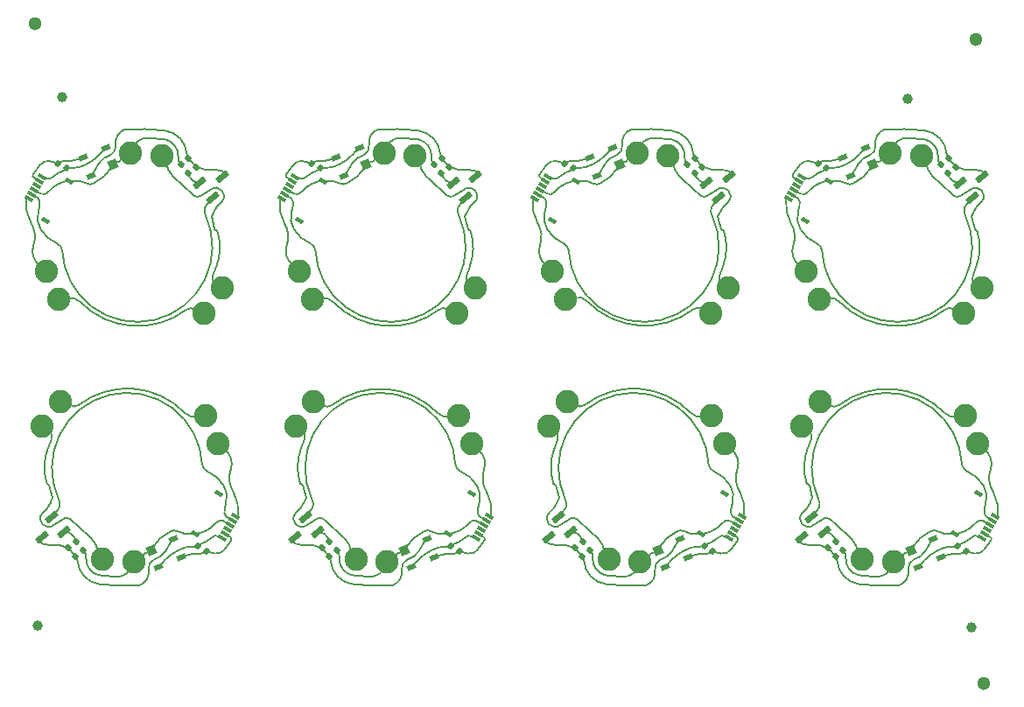
<source format=gbr>
%TF.GenerationSoftware,KiCad,Pcbnew,7.0.10*%
%TF.CreationDate,2024-11-13T11:37:07-08:00*%
%TF.ProjectId,ballBearingBoardPanelization241112,62616c6c-4265-4617-9269-6e67426f6172,rev?*%
%TF.SameCoordinates,Original*%
%TF.FileFunction,Copper,L1,Top*%
%TF.FilePolarity,Positive*%
%FSLAX46Y46*%
G04 Gerber Fmt 4.6, Leading zero omitted, Abs format (unit mm)*
G04 Created by KiCad (PCBNEW 7.0.10) date 2024-11-13 11:37:07*
%MOMM*%
%LPD*%
G01*
G04 APERTURE LIST*
G04 Aperture macros list*
%AMRoundRect*
0 Rectangle with rounded corners*
0 $1 Rounding radius*
0 $2 $3 $4 $5 $6 $7 $8 $9 X,Y pos of 4 corners*
0 Add a 4 corners polygon primitive as box body*
4,1,4,$2,$3,$4,$5,$6,$7,$8,$9,$2,$3,0*
0 Add four circle primitives for the rounded corners*
1,1,$1+$1,$2,$3*
1,1,$1+$1,$4,$5*
1,1,$1+$1,$6,$7*
1,1,$1+$1,$8,$9*
0 Add four rect primitives between the rounded corners*
20,1,$1+$1,$2,$3,$4,$5,0*
20,1,$1+$1,$4,$5,$6,$7,0*
20,1,$1+$1,$6,$7,$8,$9,0*
20,1,$1+$1,$8,$9,$2,$3,0*%
%AMRotRect*
0 Rectangle, with rotation*
0 The origin of the aperture is its center*
0 $1 length*
0 $2 width*
0 $3 Rotation angle, in degrees counterclockwise*
0 Add horizontal line*
21,1,$1,$2,0,0,$3*%
G04 Aperture macros list end*
%TA.AperFunction,SMDPad,CuDef*%
%ADD10RoundRect,0.030000X-0.257898X0.291185X-0.379707X0.084394X0.257898X-0.291185X0.379707X-0.084394X0*%
%TD*%
%TA.AperFunction,SMDPad,CuDef*%
%ADD11RoundRect,0.040000X-0.228980X0.320574X-0.391393X0.044853X0.228980X-0.320574X0.391393X-0.044853X0*%
%TD*%
%TA.AperFunction,ComponentPad*%
%ADD12C,2.250000*%
%TD*%
%TA.AperFunction,SMDPad,CuDef*%
%ADD13RotRect,0.584200X1.320800X129.500000*%
%TD*%
%TA.AperFunction,SMDPad,CuDef*%
%ADD14RoundRect,0.140000X0.000106X-0.220227X0.216161X-0.042125X-0.000106X0.220227X-0.216161X0.042125X0*%
%TD*%
%TA.AperFunction,SMDPad,CuDef*%
%ADD15C,1.000000*%
%TD*%
%TA.AperFunction,WasherPad*%
%ADD16C,1.300000*%
%TD*%
%TA.AperFunction,SMDPad,CuDef*%
%ADD17RotRect,0.584200X1.320800X309.500000*%
%TD*%
%TA.AperFunction,SMDPad,CuDef*%
%ADD18RotRect,0.889000X0.863600X292.500000*%
%TD*%
%TA.AperFunction,SMDPad,CuDef*%
%ADD19RotRect,0.508000X0.863600X292.500000*%
%TD*%
%TA.AperFunction,SMDPad,CuDef*%
%ADD20RoundRect,0.140000X-0.000106X0.220227X-0.216161X0.042125X0.000106X-0.220227X0.216161X-0.042125X0*%
%TD*%
%TA.AperFunction,SMDPad,CuDef*%
%ADD21RoundRect,0.030000X0.257898X-0.291185X0.379707X-0.084394X-0.257898X0.291185X-0.379707X0.084394X0*%
%TD*%
%TA.AperFunction,SMDPad,CuDef*%
%ADD22RoundRect,0.040000X0.228980X-0.320574X0.391393X-0.044853X-0.228980X0.320574X-0.391393X0.044853X0*%
%TD*%
%TA.AperFunction,SMDPad,CuDef*%
%ADD23RoundRect,0.140000X0.206910X0.075422X-0.034347X0.217532X-0.206910X-0.075422X0.034347X-0.217532X0*%
%TD*%
%TA.AperFunction,SMDPad,CuDef*%
%ADD24RoundRect,0.140000X-0.206910X-0.075422X0.034347X-0.217532X0.206910X0.075422X-0.034347X0.217532X0*%
%TD*%
%TA.AperFunction,SMDPad,CuDef*%
%ADD25RotRect,0.889000X0.863600X112.500000*%
%TD*%
%TA.AperFunction,SMDPad,CuDef*%
%ADD26RotRect,0.508000X0.863600X112.500000*%
%TD*%
%TA.AperFunction,Conductor*%
%ADD27C,0.200000*%
%TD*%
G04 APERTURE END LIST*
D10*
%TO.P,FPC1,1,1*%
%TO.N,Net-(J1-Pin_1)*%
X-9521890Y26050097D03*
%TO.P,FPC1,2,2*%
%TO.N,V_USB*%
X-9268121Y26480911D03*
%TO.P,FPC1,3,3*%
%TO.N,GND*%
X-9014352Y26911726D03*
%TO.P,FPC1,4,4*%
%TO.N,unconnected-(FPC1-Pad4)*%
X-8760583Y27342540D03*
%TO.P,FPC1,5,5*%
%TO.N,Net-(U1-+VS{slash}GND)*%
X-8506814Y27773355D03*
%TO.P,FPC1,6,6*%
%TO.N,Net-(U1-GND{slash}+VS)*%
X-8253044Y28204169D03*
D11*
%TO.P,FPC1,7,7*%
%TO.N,unconnected-(FPC1-Pad7)*%
X-7866740Y23914546D03*
%TO.P,FPC1,8,8*%
%TO.N,GND*%
X-5582817Y27791877D03*
%TD*%
D12*
%TO.P,J8,1,Pin_1*%
%TO.N,Net-(J1-Pin_1)*%
X16672164Y19033616D03*
%TD*%
%TO.P,J33,1,Pin_1*%
%TO.N,GND*%
X74130483Y-9102334D03*
%TD*%
D13*
%TO.P,U4,1,GND*%
%TO.N,GND*%
X-6068103Y-6189200D03*
%TO.P,U4,2,VOUT*%
%TO.N,V_USB*%
X-7276653Y-4723111D03*
%TO.P,U4,3,VIN*%
%TO.N,Net-(U1-+VS)*%
X-8240320Y-6748666D03*
%TD*%
D12*
%TO.P,J39,1,Pin_1*%
%TO.N,Net-(J5-Pin_1)*%
X67044016Y6447499D03*
%TD*%
D13*
%TO.P,U8,1,GND*%
%TO.N,GND*%
X18431897Y-6189200D03*
%TO.P,U8,2,VOUT*%
%TO.N,V_USB*%
X17223347Y-4723111D03*
%TO.P,U8,3,VIN*%
%TO.N,Net-(U1-+VS)*%
X16259680Y-6748666D03*
%TD*%
D14*
%TO.P,C17,1,1*%
%TO.N,Net-(U1-+VS)*%
X43336025Y-7740647D03*
%TO.P,C17,2,2*%
%TO.N,GND*%
X44076785Y-7130011D03*
%TD*%
D15*
%TO.P,REF\u002A\u002A,*%
%TO.N,*%
X-6273800Y35915600D03*
%TD*%
D16*
%TO.P,,*%
%TO.N,*%
X82880200Y-20853400D03*
%TD*%
D15*
%TO.P,REF\u002A\u002A,*%
%TO.N,*%
X75514200Y35687000D03*
%TD*%
D12*
%TO.P,J20,1,Pin_1*%
%TO.N,Net-(J1-Pin_1)*%
X41172164Y19033616D03*
%TD*%
%TO.P,J3,1,Pin_1*%
%TO.N,Net-(J3-Pin_1)*%
X-2356164Y-8814468D03*
%TD*%
D17*
%TO.P,U6,1,GND*%
%TO.N,GND*%
X31551962Y27590113D03*
%TO.P,U6,2,VOUT*%
%TO.N,V_USB*%
X32760512Y26124024D03*
%TO.P,U6,3,VIN*%
%TO.N,Net-(U1-+VS)*%
X33724179Y28149579D03*
%TD*%
D14*
%TO.P,C23,1,1*%
%TO.N,Net-(U1-+VS)*%
X67836025Y-7740647D03*
%TO.P,C23,2,2*%
%TO.N,GND*%
X68576785Y-7130011D03*
%TD*%
D12*
%TO.P,J14,1,Pin_1*%
%TO.N,Net-(J3-Pin_1)*%
X33681953Y17395756D03*
%TD*%
D18*
%TO.P,U15,1,GND*%
%TO.N,GND*%
X75862476Y-7986003D03*
D19*
%TO.P,U15,2,GND/+VS*%
%TO.N,Net-(U1-GND{slash}+VS)*%
X76516673Y-9565375D03*
%TO.P,U15,3,+VS/GND*%
%TO.N,Net-(U1-+VS{slash}GND)*%
X78731767Y-8647855D03*
%TO.P,U15,4,+VS*%
%TO.N,Net-(U1-+VS)*%
X78004667Y-6892482D03*
%TD*%
D20*
%TO.P,C3,1*%
%TO.N,Net-(U1-+VS)*%
X5952900Y29963617D03*
%TO.P,C3,2*%
%TO.N,GND*%
X5212140Y29352981D03*
%TD*%
D21*
%TO.P,FPC8,1,1*%
%TO.N,Net-(J1-Pin_1)*%
X84005749Y-4649185D03*
%TO.P,FPC8,2,2*%
%TO.N,V_USB*%
X83751980Y-5079999D03*
%TO.P,FPC8,3,3*%
%TO.N,GND*%
X83498211Y-5510814D03*
%TO.P,FPC8,4,4*%
%TO.N,unconnected-(FPC1-Pad4)*%
X83244442Y-5941628D03*
%TO.P,FPC8,5,5*%
%TO.N,Net-(U1-+VS{slash}GND)*%
X82990673Y-6372443D03*
%TO.P,FPC8,6,6*%
%TO.N,Net-(U1-GND{slash}+VS)*%
X82736903Y-6803257D03*
D22*
%TO.P,FPC8,7,7*%
%TO.N,unconnected-(FPC1-Pad7)*%
X82350599Y-2513634D03*
%TO.P,FPC8,8,8*%
%TO.N,GND*%
X80066676Y-6390965D03*
%TD*%
D12*
%TO.P,J23,1,Pin_1*%
%TO.N,Net-(J3-Pin_1)*%
X46643836Y-8814468D03*
%TD*%
%TO.P,J1,1,Pin_1*%
%TO.N,Net-(J1-Pin_1)*%
X8811695Y2367297D03*
%TD*%
%TO.P,J29,1,Pin_1*%
%TO.N,Net-(J5-Pin_1)*%
X56567611Y5097184D03*
%TD*%
D23*
%TO.P,C24,1,1*%
%TO.N,Net-(U1-+VS{slash}GND)*%
X81151635Y-8074121D03*
%TO.P,C24,2,2*%
%TO.N,Net-(U1-GND{slash}+VS)*%
X80324471Y-7586885D03*
%TD*%
%TO.P,C6,1,1*%
%TO.N,Net-(U1-+VS{slash}GND)*%
X7651635Y-8074121D03*
%TO.P,C6,2,2*%
%TO.N,Net-(U1-GND{slash}+VS)*%
X6824471Y-7586885D03*
%TD*%
D14*
%TO.P,C10,1*%
%TO.N,Net-(U1-+VS)*%
X19530961Y-8562703D03*
%TO.P,C10,2*%
%TO.N,GND*%
X20271721Y-7952067D03*
%TD*%
D23*
%TO.P,C12,1,1*%
%TO.N,Net-(U1-+VS{slash}GND)*%
X32151635Y-8074121D03*
%TO.P,C12,2,2*%
%TO.N,Net-(U1-GND{slash}+VS)*%
X31324471Y-7586885D03*
%TD*%
D12*
%TO.P,J42,1,Pin_1*%
%TO.N,Net-(J5-Pin_1)*%
X66916248Y16303729D03*
%TD*%
D18*
%TO.P,U3,1,GND*%
%TO.N,GND*%
X2362476Y-7986003D03*
D19*
%TO.P,U3,2,GND/+VS*%
%TO.N,Net-(U1-GND{slash}+VS)*%
X3016673Y-9565375D03*
%TO.P,U3,3,+VS/GND*%
%TO.N,Net-(U1-+VS{slash}GND)*%
X5231767Y-8647855D03*
%TO.P,U3,4,+VS*%
%TO.N,Net-(U1-+VS)*%
X4504667Y-6892482D03*
%TD*%
D17*
%TO.P,U2,1,GND*%
%TO.N,GND*%
X7051962Y27590113D03*
%TO.P,U2,2,VOUT*%
%TO.N,V_USB*%
X8260512Y26124024D03*
%TO.P,U2,3,VIN*%
%TO.N,Net-(U1-+VS)*%
X9224179Y28149579D03*
%TD*%
D12*
%TO.P,J12,1,Pin_1*%
%TO.N,Net-(J3-Pin_1)*%
X27840024Y30215380D03*
%TD*%
D17*
%TO.P,U10,1,GND*%
%TO.N,GND*%
X56051962Y27590113D03*
%TO.P,U10,2,VOUT*%
%TO.N,V_USB*%
X57260512Y26124024D03*
%TO.P,U10,3,VIN*%
%TO.N,Net-(U1-+VS)*%
X58224179Y28149579D03*
%TD*%
D20*
%TO.P,C14,1,1*%
%TO.N,Net-(U1-+VS)*%
X55647835Y29141559D03*
%TO.P,C14,2,2*%
%TO.N,GND*%
X54907075Y28530923D03*
%TD*%
D12*
%TO.P,J6,1,Pin_1*%
%TO.N,Net-(J5-Pin_1)*%
X-6583752Y16303729D03*
%TD*%
D21*
%TO.P,FPC2,1,1*%
%TO.N,Net-(J1-Pin_1)*%
X10505749Y-4649185D03*
%TO.P,FPC2,2,2*%
%TO.N,V_USB*%
X10251980Y-5079999D03*
%TO.P,FPC2,3,3*%
%TO.N,GND*%
X9998211Y-5510814D03*
%TO.P,FPC2,4,4*%
%TO.N,unconnected-(FPC1-Pad4)*%
X9744442Y-5941628D03*
%TO.P,FPC2,5,5*%
%TO.N,Net-(U1-+VS{slash}GND)*%
X9490673Y-6372443D03*
%TO.P,FPC2,6,6*%
%TO.N,Net-(U1-GND{slash}+VS)*%
X9236903Y-6803257D03*
D22*
%TO.P,FPC2,7,7*%
%TO.N,unconnected-(FPC1-Pad7)*%
X8850599Y-2513634D03*
%TO.P,FPC2,8,8*%
%TO.N,GND*%
X6566676Y-6390965D03*
%TD*%
D12*
%TO.P,J28,1,Pin_1*%
%TO.N,Net-(J5-Pin_1)*%
X56439844Y14953413D03*
%TD*%
%TO.P,J36,1,Pin_1*%
%TO.N,Net-(J3-Pin_1)*%
X76840024Y30215380D03*
%TD*%
D24*
%TO.P,C7,1,1*%
%TO.N,Net-(U1-+VS{slash}GND)*%
X17832225Y29475032D03*
%TO.P,C7,2,2*%
%TO.N,Net-(U1-GND{slash}+VS)*%
X18659389Y28987796D03*
%TD*%
D14*
%TO.P,C4,1*%
%TO.N,Net-(U1-+VS)*%
X-4969039Y-8562703D03*
%TO.P,C4,2*%
%TO.N,GND*%
X-4228279Y-7952067D03*
%TD*%
D10*
%TO.P,FPC7,1,1*%
%TO.N,Net-(J1-Pin_1)*%
X63978110Y26050097D03*
%TO.P,FPC7,2,2*%
%TO.N,V_USB*%
X64231879Y26480911D03*
%TO.P,FPC7,3,3*%
%TO.N,GND*%
X64485648Y26911726D03*
%TO.P,FPC7,4,4*%
%TO.N,unconnected-(FPC1-Pad4)*%
X64739417Y27342540D03*
%TO.P,FPC7,5,5*%
%TO.N,Net-(U1-+VS{slash}GND)*%
X64993186Y27773355D03*
%TO.P,FPC7,6,6*%
%TO.N,Net-(U1-GND{slash}+VS)*%
X65246956Y28204169D03*
D11*
%TO.P,FPC7,7,7*%
%TO.N,unconnected-(FPC1-Pad7)*%
X65633260Y23914546D03*
%TO.P,FPC7,8,8*%
%TO.N,GND*%
X67917183Y27791877D03*
%TD*%
D10*
%TO.P,FPC3,1,1*%
%TO.N,Net-(J1-Pin_1)*%
X14978110Y26050097D03*
%TO.P,FPC3,2,2*%
%TO.N,V_USB*%
X15231879Y26480911D03*
%TO.P,FPC3,3,3*%
%TO.N,GND*%
X15485648Y26911726D03*
%TO.P,FPC3,4,4*%
%TO.N,unconnected-(FPC1-Pad4)*%
X15739417Y27342540D03*
%TO.P,FPC3,5,5*%
%TO.N,Net-(U1-+VS{slash}GND)*%
X15993186Y27773355D03*
%TO.P,FPC3,6,6*%
%TO.N,Net-(U1-GND{slash}+VS)*%
X16246956Y28204169D03*
D11*
%TO.P,FPC3,7,7*%
%TO.N,unconnected-(FPC1-Pad7)*%
X16633260Y23914546D03*
%TO.P,FPC3,8,8*%
%TO.N,GND*%
X18917183Y27791877D03*
%TD*%
D12*
%TO.P,J13,1,Pin_1*%
%TO.N,Net-(J3-Pin_1)*%
X16301907Y4005156D03*
%TD*%
%TO.P,J2,1,Pin_1*%
%TO.N,GND*%
X630483Y-9102334D03*
%TD*%
%TO.P,J18,1,Pin_1*%
%TO.N,Net-(J5-Pin_1)*%
X17916248Y16303729D03*
%TD*%
D16*
%TO.P,,*%
%TO.N,*%
X-8864600Y42976800D03*
%TD*%
D20*
%TO.P,C9,1*%
%TO.N,Net-(U1-+VS)*%
X30452900Y29963617D03*
%TO.P,C9,2*%
%TO.N,GND*%
X29712140Y29352981D03*
%TD*%
D12*
%TO.P,J35,1,Pin_1*%
%TO.N,Net-(J3-Pin_1)*%
X71143836Y-8814468D03*
%TD*%
%TO.P,J32,1,Pin_1*%
%TO.N,Net-(J1-Pin_1)*%
X65672164Y19033616D03*
%TD*%
%TO.P,J15,1,Pin_1*%
%TO.N,Net-(J5-Pin_1)*%
X18044016Y6447499D03*
%TD*%
%TO.P,J5,1,Pin_1*%
%TO.N,Net-(J5-Pin_1)*%
X-6455984Y6447499D03*
%TD*%
D21*
%TO.P,FPC4,1,1*%
%TO.N,Net-(J1-Pin_1)*%
X35005749Y-4649185D03*
%TO.P,FPC4,2,2*%
%TO.N,V_USB*%
X34751980Y-5079999D03*
%TO.P,FPC4,3,3*%
%TO.N,GND*%
X34498211Y-5510814D03*
%TO.P,FPC4,4,4*%
%TO.N,unconnected-(FPC1-Pad4)*%
X34244442Y-5941628D03*
%TO.P,FPC4,5,5*%
%TO.N,Net-(U1-+VS{slash}GND)*%
X33990673Y-6372443D03*
%TO.P,FPC4,6,6*%
%TO.N,Net-(U1-GND{slash}+VS)*%
X33736903Y-6803257D03*
D22*
%TO.P,FPC4,7,7*%
%TO.N,unconnected-(FPC1-Pad7)*%
X33350599Y-2513634D03*
%TO.P,FPC4,8,8*%
%TO.N,GND*%
X31066676Y-6390965D03*
%TD*%
D25*
%TO.P,U1,1,GND*%
%TO.N,GND*%
X-1378616Y29386915D03*
D26*
%TO.P,U1,2,GND/+VS*%
%TO.N,Net-(U1-GND{slash}+VS)*%
X-2032813Y30966287D03*
%TO.P,U1,3,+VS/GND*%
%TO.N,Net-(U1-+VS{slash}GND)*%
X-4247907Y30048767D03*
%TO.P,U1,4,+VS*%
%TO.N,Net-(U1-+VS)*%
X-3520807Y28293394D03*
%TD*%
D24*
%TO.P,C1,1,1*%
%TO.N,Net-(U1-+VS{slash}GND)*%
X-6667775Y29475032D03*
%TO.P,C1,2,2*%
%TO.N,Net-(U1-GND{slash}+VS)*%
X-5840611Y28987796D03*
%TD*%
D12*
%TO.P,J6,1,Pin_1*%
%TO.N,Net-(J5-Pin_1)*%
X7567611Y5097184D03*
%TD*%
D20*
%TO.P,C21,1*%
%TO.N,Net-(U1-+VS)*%
X79452900Y29963617D03*
%TO.P,C21,2*%
%TO.N,GND*%
X78712140Y29352981D03*
%TD*%
D12*
%TO.P,J3,1,Pin_1*%
%TO.N,Net-(J3-Pin_1)*%
X3340024Y30215380D03*
%TD*%
D25*
%TO.P,U13,1,GND*%
%TO.N,GND*%
X72121384Y29386915D03*
D26*
%TO.P,U13,2,GND/+VS*%
%TO.N,Net-(U1-GND{slash}+VS)*%
X71467187Y30966287D03*
%TO.P,U13,3,+VS/GND*%
%TO.N,Net-(U1-+VS{slash}GND)*%
X69252093Y30048767D03*
%TO.P,U13,4,+VS*%
%TO.N,Net-(U1-+VS)*%
X69979193Y28293394D03*
%TD*%
D12*
%TO.P,J37,1,Pin_1*%
%TO.N,Net-(J3-Pin_1)*%
X65301907Y4005156D03*
%TD*%
D20*
%TO.P,C20,1,1*%
%TO.N,Net-(U1-+VS)*%
X80147835Y29141559D03*
%TO.P,C20,2,2*%
%TO.N,GND*%
X79407075Y28530923D03*
%TD*%
D12*
%TO.P,J41,1,Pin_1*%
%TO.N,Net-(J5-Pin_1)*%
X81067611Y5097184D03*
%TD*%
%TO.P,J19,1,Pin_1*%
%TO.N,Net-(J1-Pin_1)*%
X57811695Y2367297D03*
%TD*%
D18*
%TO.P,U7,1,GND*%
%TO.N,GND*%
X26862476Y-7986003D03*
D19*
%TO.P,U7,2,GND/+VS*%
%TO.N,Net-(U1-GND{slash}+VS)*%
X27516673Y-9565375D03*
%TO.P,U7,3,+VS/GND*%
%TO.N,Net-(U1-+VS{slash}GND)*%
X29731767Y-8647855D03*
%TO.P,U7,4,+VS*%
%TO.N,Net-(U1-+VS)*%
X29004667Y-6892482D03*
%TD*%
D12*
%TO.P,J27,1,Pin_1*%
%TO.N,Net-(J5-Pin_1)*%
X42544016Y6447499D03*
%TD*%
%TO.P,J22,1,Pin_1*%
%TO.N,GND*%
X49353377Y30503247D03*
%TD*%
D24*
%TO.P,C19,1,1*%
%TO.N,Net-(U1-+VS{slash}GND)*%
X66832225Y29475032D03*
%TO.P,C19,2,2*%
%TO.N,Net-(U1-GND{slash}+VS)*%
X67659389Y28987796D03*
%TD*%
D12*
%TO.P,J38,1,Pin_1*%
%TO.N,Net-(J3-Pin_1)*%
X82681953Y17395756D03*
%TD*%
D17*
%TO.P,U14,1,GND*%
%TO.N,GND*%
X80551962Y27590113D03*
%TO.P,U14,2,VOUT*%
%TO.N,V_USB*%
X81760512Y26124024D03*
%TO.P,U14,3,VIN*%
%TO.N,Net-(U1-+VS)*%
X82724179Y28149579D03*
%TD*%
D15*
%TO.P,REF\u002A\u002A,*%
%TO.N,*%
X81661000Y-15392400D03*
%TD*%
D12*
%TO.P,J21,1,Pin_1*%
%TO.N,GND*%
X49630483Y-9102334D03*
%TD*%
%TO.P,J25,1,Pin_1*%
%TO.N,Net-(J3-Pin_1)*%
X40801907Y4005156D03*
%TD*%
%TO.P,J24,1,Pin_1*%
%TO.N,Net-(J3-Pin_1)*%
X52340024Y30215380D03*
%TD*%
%TO.P,J30,1,Pin_1*%
%TO.N,Net-(J5-Pin_1)*%
X42416248Y16303729D03*
%TD*%
D10*
%TO.P,FPC5,1,1*%
%TO.N,Net-(J1-Pin_1)*%
X39478110Y26050097D03*
%TO.P,FPC5,2,2*%
%TO.N,V_USB*%
X39731879Y26480911D03*
%TO.P,FPC5,3,3*%
%TO.N,GND*%
X39985648Y26911726D03*
%TO.P,FPC5,4,4*%
%TO.N,unconnected-(FPC1-Pad4)*%
X40239417Y27342540D03*
%TO.P,FPC5,5,5*%
%TO.N,Net-(U1-+VS{slash}GND)*%
X40493186Y27773355D03*
%TO.P,FPC5,6,6*%
%TO.N,Net-(U1-GND{slash}+VS)*%
X40746956Y28204169D03*
D11*
%TO.P,FPC5,7,7*%
%TO.N,unconnected-(FPC1-Pad7)*%
X41133260Y23914546D03*
%TO.P,FPC5,8,8*%
%TO.N,GND*%
X43417183Y27791877D03*
%TD*%
D24*
%TO.P,C13,1,1*%
%TO.N,Net-(U1-+VS{slash}GND)*%
X42332225Y29475032D03*
%TO.P,C13,2,2*%
%TO.N,Net-(U1-GND{slash}+VS)*%
X43159389Y28987796D03*
%TD*%
D15*
%TO.P,REF\u002A\u002A,*%
%TO.N,*%
X-8636000Y-15240000D03*
%TD*%
D25*
%TO.P,U9,1,GND*%
%TO.N,GND*%
X47621384Y29386915D03*
D26*
%TO.P,U9,2,GND/+VS*%
%TO.N,Net-(U1-GND{slash}+VS)*%
X46967187Y30966287D03*
%TO.P,U9,3,+VS/GND*%
%TO.N,Net-(U1-+VS{slash}GND)*%
X44752093Y30048767D03*
%TO.P,U9,4,+VS*%
%TO.N,Net-(U1-+VS)*%
X45479193Y28293394D03*
%TD*%
D13*
%TO.P,U16,1,GND*%
%TO.N,GND*%
X67431897Y-6189200D03*
%TO.P,U16,2,VOUT*%
%TO.N,V_USB*%
X66223347Y-4723111D03*
%TO.P,U16,3,VIN*%
%TO.N,Net-(U1-+VS)*%
X65259680Y-6748666D03*
%TD*%
%TO.P,U12,1,GND*%
%TO.N,GND*%
X42931897Y-6189200D03*
%TO.P,U12,2,VOUT*%
%TO.N,V_USB*%
X41723347Y-4723111D03*
%TO.P,U12,3,VIN*%
%TO.N,Net-(U1-+VS)*%
X40759680Y-6748666D03*
%TD*%
D12*
%TO.P,J17,1,Pin_1*%
%TO.N,Net-(J5-Pin_1)*%
X32067611Y5097184D03*
%TD*%
%TO.P,J9,1,Pin_1*%
%TO.N,GND*%
X25130483Y-9102334D03*
%TD*%
%TO.P,J4,1,Pin_1*%
%TO.N,Net-(J3-Pin_1)*%
X9181953Y17395756D03*
%TD*%
D14*
%TO.P,C5,1,1*%
%TO.N,Net-(U1-+VS)*%
X-5663975Y-7740647D03*
%TO.P,C5,2,2*%
%TO.N,GND*%
X-4923215Y-7130011D03*
%TD*%
%TO.P,C22,1*%
%TO.N,Net-(U1-+VS)*%
X68530961Y-8562703D03*
%TO.P,C22,2*%
%TO.N,GND*%
X69271721Y-7952067D03*
%TD*%
%TO.P,C16,1*%
%TO.N,Net-(U1-+VS)*%
X44030961Y-8562703D03*
%TO.P,C16,2*%
%TO.N,GND*%
X44771721Y-7952067D03*
%TD*%
D12*
%TO.P,J7,1,Pin_1*%
%TO.N,Net-(J1-Pin_1)*%
X33311695Y2367297D03*
%TD*%
D25*
%TO.P,U5,1,GND*%
%TO.N,GND*%
X23121384Y29386915D03*
D26*
%TO.P,U5,2,GND/+VS*%
%TO.N,Net-(U1-GND{slash}+VS)*%
X22467187Y30966287D03*
%TO.P,U5,3,+VS/GND*%
%TO.N,Net-(U1-+VS{slash}GND)*%
X20252093Y30048767D03*
%TO.P,U5,4,+VS*%
%TO.N,Net-(U1-+VS)*%
X20979193Y28293394D03*
%TD*%
D20*
%TO.P,C2,1,1*%
%TO.N,Net-(U1-+VS)*%
X6647835Y29141559D03*
%TO.P,C2,2,2*%
%TO.N,GND*%
X5907075Y28530923D03*
%TD*%
D14*
%TO.P,C11,1,1*%
%TO.N,Net-(U1-+VS)*%
X18836025Y-7740647D03*
%TO.P,C11,2,2*%
%TO.N,GND*%
X19576785Y-7130011D03*
%TD*%
D20*
%TO.P,C15,1*%
%TO.N,Net-(U1-+VS)*%
X54952900Y29963617D03*
%TO.P,C15,2*%
%TO.N,GND*%
X54212140Y29352981D03*
%TD*%
D12*
%TO.P,J16,1,Pin_1*%
%TO.N,Net-(J5-Pin_1)*%
X31939844Y14953413D03*
%TD*%
D16*
%TO.P,,*%
%TO.N,*%
X82143600Y41427400D03*
%TD*%
D12*
%TO.P,J4,1,Pin_1*%
%TO.N,Net-(J3-Pin_1)*%
X-8198093Y4005156D03*
%TD*%
%TO.P,J11,1,Pin_1*%
%TO.N,Net-(J3-Pin_1)*%
X22143836Y-8814468D03*
%TD*%
%TO.P,J34,1,Pin_1*%
%TO.N,GND*%
X73853377Y30503247D03*
%TD*%
%TO.P,J26,1,Pin_1*%
%TO.N,Net-(J3-Pin_1)*%
X58181953Y17395756D03*
%TD*%
%TO.P,J40,1,Pin_1*%
%TO.N,Net-(J5-Pin_1)*%
X80939844Y14953413D03*
%TD*%
D20*
%TO.P,C8,1,1*%
%TO.N,Net-(U1-+VS)*%
X31147835Y29141559D03*
%TO.P,C8,2,2*%
%TO.N,GND*%
X30407075Y28530923D03*
%TD*%
D12*
%TO.P,J2,1,Pin_1*%
%TO.N,GND*%
X353377Y30503247D03*
%TD*%
%TO.P,J10,1,Pin_1*%
%TO.N,GND*%
X24853377Y30503247D03*
%TD*%
D21*
%TO.P,FPC6,1,1*%
%TO.N,Net-(J1-Pin_1)*%
X59505749Y-4649185D03*
%TO.P,FPC6,2,2*%
%TO.N,V_USB*%
X59251980Y-5079999D03*
%TO.P,FPC6,3,3*%
%TO.N,GND*%
X58998211Y-5510814D03*
%TO.P,FPC6,4,4*%
%TO.N,unconnected-(FPC1-Pad4)*%
X58744442Y-5941628D03*
%TO.P,FPC6,5,5*%
%TO.N,Net-(U1-+VS{slash}GND)*%
X58490673Y-6372443D03*
%TO.P,FPC6,6,6*%
%TO.N,Net-(U1-GND{slash}+VS)*%
X58236903Y-6803257D03*
D22*
%TO.P,FPC6,7,7*%
%TO.N,unconnected-(FPC1-Pad7)*%
X57850599Y-2513634D03*
%TO.P,FPC6,8,8*%
%TO.N,GND*%
X55566676Y-6390965D03*
%TD*%
D18*
%TO.P,U11,1,GND*%
%TO.N,GND*%
X51362476Y-7986003D03*
D19*
%TO.P,U11,2,GND/+VS*%
%TO.N,Net-(U1-GND{slash}+VS)*%
X52016673Y-9565375D03*
%TO.P,U11,3,+VS/GND*%
%TO.N,Net-(U1-+VS{slash}GND)*%
X54231767Y-8647855D03*
%TO.P,U11,4,+VS*%
%TO.N,Net-(U1-+VS)*%
X53504667Y-6892482D03*
%TD*%
D23*
%TO.P,C18,1,1*%
%TO.N,Net-(U1-+VS{slash}GND)*%
X56651635Y-8074121D03*
%TO.P,C18,2,2*%
%TO.N,Net-(U1-GND{slash}+VS)*%
X55824471Y-7586885D03*
%TD*%
D12*
%TO.P,J31,1,Pin_1*%
%TO.N,Net-(J1-Pin_1)*%
X82311695Y2367297D03*
%TD*%
%TO.P,J5,1,Pin_1*%
%TO.N,Net-(J5-Pin_1)*%
X7439844Y14953413D03*
%TD*%
%TO.P,J1,1,Pin_1*%
%TO.N,Net-(J1-Pin_1)*%
X-7827836Y19033616D03*
%TD*%
D27*
%TO.N,Net-(U1-+VS{slash}GND)*%
X56137322Y-8301797D02*
G75*
G03*
X54540287Y-8510747I-317822J-3778503D01*
G01*
X82881752Y-7946380D02*
G75*
G03*
X83584661Y-7001564I-2884952J2880180D01*
G01*
X18346537Y29702702D02*
G75*
G03*
X17842874Y29498240I-1737J-718302D01*
G01*
X15480148Y28089484D02*
G75*
G03*
X15981489Y27794938I2007452J2842916D01*
G01*
X10003715Y-6688569D02*
G75*
G03*
X9502371Y-6394026I-2007315J-2842731D01*
G01*
X40602101Y29347299D02*
G75*
G03*
X39899199Y28402475I2884899J-2880099D01*
G01*
X7675761Y-8088335D02*
G75*
G03*
X8448345Y-8278107I1032039J2534035D01*
G01*
X-9019853Y28089482D02*
G75*
G03*
X-8518511Y27794938I2007437J2842911D01*
G01*
X33881752Y-7946380D02*
G75*
G03*
X34584661Y-7001564I-2884952J2880180D01*
G01*
X39899185Y28402483D02*
G75*
G03*
X39980147Y28089482I200215J-115183D01*
G01*
X-8397897Y29347297D02*
G75*
G03*
X-9100801Y28402475I2884876J-2880088D01*
G01*
X8448345Y-8278108D02*
G75*
G03*
X9381757Y-7946385I208945J891158D01*
G01*
X34503715Y-6688569D02*
G75*
G03*
X34002371Y-6394026I-2007315J-2842731D01*
G01*
X7137322Y-8301765D02*
G75*
G03*
X7640985Y-8097328I1778J718265D01*
G01*
X-6691902Y29489246D02*
G75*
G03*
X-7464485Y29679019I-1032050J-2534056D01*
G01*
X10084701Y-7001587D02*
G75*
G03*
X10003714Y-6688570I-200201J115187D01*
G01*
X67346539Y29702726D02*
G75*
G03*
X68943572Y29911660I317861J3778474D01*
G01*
X-9100802Y28402475D02*
G75*
G03*
X-9019853Y28089482I200203J-115186D01*
G01*
X17035525Y29679063D02*
G75*
G03*
X16102103Y29347297I-208925J-891163D01*
G01*
X66035525Y29679063D02*
G75*
G03*
X65102103Y29347297I-208925J-891163D01*
G01*
X7137322Y-8301797D02*
G75*
G03*
X5540287Y-8510747I-317822J-3778503D01*
G01*
X42846539Y29702726D02*
G75*
G03*
X44443572Y29911660I317861J3778474D01*
G01*
X-7464485Y29679018D02*
G75*
G03*
X-8397897Y29347297I-208946J-891158D01*
G01*
X15399185Y28402483D02*
G75*
G03*
X15480147Y28089482I200215J-115183D01*
G01*
X17808092Y29489232D02*
G75*
G03*
X17035515Y29679018I-1032092J-2534032D01*
G01*
X56137322Y-8301765D02*
G75*
G03*
X56640985Y-8097328I1778J718265D01*
G01*
X80637322Y-8301797D02*
G75*
G03*
X79040287Y-8510747I-317822J-3778503D01*
G01*
X59003715Y-6688569D02*
G75*
G03*
X58502371Y-6394026I-2007315J-2842731D01*
G01*
X9381752Y-7946380D02*
G75*
G03*
X10084661Y-7001564I-2884952J2880180D01*
G01*
X83503715Y-6688569D02*
G75*
G03*
X83002371Y-6394026I-2007315J-2842731D01*
G01*
X42308092Y29489232D02*
G75*
G03*
X41535515Y29679018I-1032092J-2534032D01*
G01*
X18346539Y29702726D02*
G75*
G03*
X19943572Y29911660I317861J3778474D01*
G01*
X42846537Y29702702D02*
G75*
G03*
X42342874Y29498240I-1737J-718302D01*
G01*
X-6153463Y29702704D02*
G75*
G03*
X-4556428Y29911660I317814J3778473D01*
G01*
X31637322Y-8301765D02*
G75*
G03*
X32140985Y-8097328I1778J718265D01*
G01*
X58381752Y-7946380D02*
G75*
G03*
X59084661Y-7001564I-2884952J2880180D01*
G01*
X66808092Y29489232D02*
G75*
G03*
X66035515Y29679018I-1032092J-2534032D01*
G01*
X34584701Y-7001587D02*
G75*
G03*
X34503714Y-6688570I-200201J115187D01*
G01*
X56675761Y-8088335D02*
G75*
G03*
X57448345Y-8278107I1032039J2534035D01*
G01*
X81175761Y-8088335D02*
G75*
G03*
X81948345Y-8278107I1032039J2534035D01*
G01*
X31637322Y-8301797D02*
G75*
G03*
X30040287Y-8510747I-317822J-3778503D01*
G01*
X59084701Y-7001587D02*
G75*
G03*
X59003714Y-6688570I-200201J115187D01*
G01*
X16102101Y29347299D02*
G75*
G03*
X15399199Y28402475I2884899J-2880099D01*
G01*
X41535525Y29679063D02*
G75*
G03*
X40602103Y29347297I-208925J-891163D01*
G01*
X32175761Y-8088335D02*
G75*
G03*
X32948345Y-8278107I1032039J2534035D01*
G01*
X83584701Y-7001587D02*
G75*
G03*
X83503714Y-6688570I-200201J115187D01*
G01*
X39980148Y28089484D02*
G75*
G03*
X40481489Y27794938I2007452J2842916D01*
G01*
X81948351Y-8278079D02*
G75*
G03*
X82881756Y-7946385I208949J891179D01*
G01*
X64480148Y28089484D02*
G75*
G03*
X64981489Y27794938I2007452J2842916D01*
G01*
X65102101Y29347299D02*
G75*
G03*
X64399199Y28402475I2884899J-2880099D01*
G01*
X57448351Y-8278079D02*
G75*
G03*
X58381756Y-7946385I208949J891179D01*
G01*
X67346537Y29702702D02*
G75*
G03*
X66842874Y29498240I-1737J-718302D01*
G01*
X64399185Y28402483D02*
G75*
G03*
X64480147Y28089482I200215J-115183D01*
G01*
X-6153463Y29702704D02*
G75*
G03*
X-6657126Y29498240I-1739J-718293D01*
G01*
X80637322Y-8301765D02*
G75*
G03*
X81140985Y-8097328I1778J718265D01*
G01*
X32948351Y-8278079D02*
G75*
G03*
X33881756Y-7946385I208949J891179D01*
G01*
%TO.N,Net-(U1-GND{slash}+VS)*%
X43448835Y29023652D02*
G75*
G03*
X44341341Y29087508I324465J1734148D01*
G01*
X82379840Y-6607400D02*
G75*
G03*
X81653518Y-6775058I-260840J-527100D01*
G01*
X31434357Y-7445252D02*
G75*
G03*
X32653516Y-6775057I-1196057J3619752D01*
G01*
X41103986Y28008242D02*
G75*
G03*
X41830342Y28175971I260814J527158D01*
G01*
X18549505Y28846158D02*
G75*
G03*
X17330344Y28175969I1196095J-3619858D01*
G01*
X31035029Y-7622720D02*
G75*
G03*
X30142519Y-7686595I-324429J-1734180D01*
G01*
X18948835Y29023652D02*
G75*
G03*
X19841341Y29087508I324465J1734148D01*
G01*
X-4658659Y29087508D02*
G75*
G03*
X-2151425Y30941764I-1464400J4602297D01*
G01*
X30142523Y-7686607D02*
G75*
G03*
X27635285Y-9540851I1464377J-4602293D01*
G01*
X43049505Y28846158D02*
G75*
G03*
X41830344Y28175969I1196095J-3619858D01*
G01*
X6535029Y-7622720D02*
G75*
G03*
X5642519Y-7686595I-324429J-1734180D01*
G01*
X33379840Y-6607400D02*
G75*
G03*
X32653518Y-6775058I-260840J-527100D01*
G01*
X67549505Y28846158D02*
G75*
G03*
X66330344Y28175969I1196095J-3619858D01*
G01*
X16603986Y28008242D02*
G75*
G03*
X17330342Y28175971I260814J527158D01*
G01*
X80434357Y-7445252D02*
G75*
G03*
X81653516Y-6775057I-1196057J3619752D01*
G01*
X-5551165Y29023653D02*
G75*
G03*
X-4658659Y29087508I324468J1734128D01*
G01*
X5642520Y-7686597D02*
G75*
G03*
X3135284Y-9540851I1464400J-4602303D01*
G01*
X79142523Y-7686607D02*
G75*
G03*
X76635285Y-9540851I1464377J-4602293D01*
G01*
X65603986Y28008242D02*
G75*
G03*
X66330342Y28175971I260814J527158D01*
G01*
X80035029Y-7622720D02*
G75*
G03*
X79142519Y-7686595I-324429J-1734180D01*
G01*
X8879840Y-6607400D02*
G75*
G03*
X8153518Y-6775058I-260840J-527100D01*
G01*
X67948835Y29023652D02*
G75*
G03*
X68841341Y29087508I324465J1734148D01*
G01*
X68841348Y29087486D02*
G75*
G03*
X71348575Y30941764I-1464448J4602314D01*
G01*
X55934357Y-7445252D02*
G75*
G03*
X57153516Y-6775057I-1196057J3619752D01*
G01*
X44341348Y29087486D02*
G75*
G03*
X46848575Y30941764I-1464448J4602314D01*
G01*
X55535029Y-7622720D02*
G75*
G03*
X54642519Y-7686595I-324429J-1734180D01*
G01*
X-7895990Y28008292D02*
G75*
G03*
X-7169657Y28175970I260825J527151D01*
G01*
X19841340Y29087509D02*
G75*
G03*
X22348576Y30941764I-1464400J4602301D01*
G01*
X54642523Y-7686607D02*
G75*
G03*
X52135285Y-9540851I1464377J-4602293D01*
G01*
X6934357Y-7445252D02*
G75*
G03*
X8153516Y-6775057I-1196057J3619752D01*
G01*
X57879840Y-6607400D02*
G75*
G03*
X57153518Y-6775058I-260840J-527100D01*
G01*
X-5950500Y28846172D02*
G75*
G03*
X-7169657Y28175969I1196137J-3619853D01*
G01*
%TO.N,Net-(U1-+VS)*%
X51596591Y-8871378D02*
G75*
G03*
X52723542Y-8055236I-490391J1863278D01*
G01*
X-2739684Y29456148D02*
G75*
G03*
X-3324849Y28449229I4393274J-3226618D01*
G01*
X-8669944Y-6861503D02*
G75*
G03*
X-7628439Y-7445517I939891J455466D01*
G01*
X3723541Y-8055235D02*
G75*
G03*
X4308708Y-7048317I-4393416J3226709D01*
G01*
X51596586Y-8871376D02*
G75*
G03*
X51079087Y-9832557I379314J-824124D01*
G01*
X77140790Y32651482D02*
G75*
G03*
X73338932Y32782278I-2739690J-24314882D01*
G01*
X71887270Y30272297D02*
G75*
G03*
X72404774Y31233470I-379270J824103D01*
G01*
X52723540Y-8055235D02*
G75*
G03*
X53308709Y-7048317I-4393440J3226735D01*
G01*
X31161241Y29164321D02*
G75*
G03*
X33112298Y28846432I1414259J2533779D01*
G01*
X83153818Y28262423D02*
G75*
G03*
X82112298Y28846431I-939918J-455523D01*
G01*
X70760320Y29456146D02*
G75*
G03*
X70175151Y28449229I4393280J-3226646D01*
G01*
X76096591Y-8871378D02*
G75*
G03*
X77223542Y-8055236I-490391J1863278D01*
G01*
X15829994Y-6861532D02*
G75*
G03*
X16871561Y-7445518I939906J455532D01*
G01*
X48838933Y32782277D02*
G75*
G03*
X47904776Y31233470I418317J-1308427D01*
G01*
X77223540Y-8055235D02*
G75*
G03*
X77808709Y-7048317I-4393440J3226735D01*
G01*
X27096591Y-8871378D02*
G75*
G03*
X28223542Y-8055236I-490391J1863278D01*
G01*
X22887270Y30272297D02*
G75*
G03*
X23404774Y31233470I-379270J824103D01*
G01*
X76096586Y-8871376D02*
G75*
G03*
X75579087Y-9832557I379314J-824124D01*
G01*
X73338905Y32782363D02*
G75*
G03*
X72404776Y31233470I418395J-1308463D01*
G01*
X55661241Y29164321D02*
G75*
G03*
X57612298Y28846432I1414259J2533779D01*
G01*
X40329994Y-6861532D02*
G75*
G03*
X41371561Y-7445518I939906J455532D01*
G01*
X47387270Y30272297D02*
G75*
G03*
X47904774Y31233470I-379270J824103D01*
G01*
X-1612736Y30272308D02*
G75*
G03*
X-1095225Y31233470I-379262J824104D01*
G01*
X-161067Y32782277D02*
G75*
G03*
X-1095224Y31233470I418317J-1308427D01*
G01*
X19693585Y-8960414D02*
G75*
G03*
X18836024Y-7740648I-3558085J-1590186D01*
G01*
X79290245Y30361329D02*
G75*
G03*
X77140791Y32651487I-2450245J-145929D01*
G01*
X79290286Y30361333D02*
G75*
G03*
X80147835Y29141561I3558114J1590167D01*
G01*
X5790281Y30361331D02*
G75*
G03*
X3640791Y32651487I-2450251J-145941D01*
G01*
X58653818Y28262423D02*
G75*
G03*
X57612298Y28846431I-939918J-455523D01*
G01*
X80161241Y29164321D02*
G75*
G03*
X82112298Y28846432I1414259J2533779D01*
G01*
X68693573Y-8960417D02*
G75*
G03*
X70843069Y-11250576I2450227J145917D01*
G01*
X34153818Y28262423D02*
G75*
G03*
X33112298Y28846431I-939918J-455523D01*
G01*
X54790286Y30361333D02*
G75*
G03*
X55647835Y29141561I3558114J1590167D01*
G01*
X46260320Y29456146D02*
G75*
G03*
X45675151Y28449229I4393280J-3226646D01*
G01*
X43322633Y-7763383D02*
G75*
G03*
X41371561Y-7445519I-1414233J-2533817D01*
G01*
X50144917Y-11381332D02*
G75*
G03*
X51079086Y-9832557I-418317J1308432D01*
G01*
X5790286Y30361333D02*
G75*
G03*
X6647835Y29141561I3558114J1590167D01*
G01*
X47387253Y30272349D02*
G75*
G03*
X46260318Y29456148I490447J-1863249D01*
G01*
X21760320Y29456146D02*
G75*
G03*
X21175151Y28449229I4393280J-3226646D01*
G01*
X74644917Y-11381332D02*
G75*
G03*
X75579086Y-9832557I-418317J1308432D01*
G01*
X44193585Y-8960414D02*
G75*
G03*
X43336024Y-7740648I-3558085J-1590186D01*
G01*
X22887253Y30272349D02*
G75*
G03*
X21760318Y29456148I490447J-1863249D01*
G01*
X44193573Y-8960417D02*
G75*
G03*
X46343069Y-11250576I2450227J145917D01*
G01*
X28140790Y32651482D02*
G75*
G03*
X24338932Y32782278I-2739690J-24314882D01*
G01*
X30290286Y30361333D02*
G75*
G03*
X31147835Y29141561I3558114J1590167D01*
G01*
X67822633Y-7763383D02*
G75*
G03*
X65871561Y-7445519I-1414233J-2533817D01*
G01*
X27096586Y-8871376D02*
G75*
G03*
X26579087Y-9832557I379314J-824124D01*
G01*
X3640791Y32651488D02*
G75*
G03*
X-161068Y32782278I-2739651J-24314868D01*
G01*
X18822633Y-7763383D02*
G75*
G03*
X16871561Y-7445519I-1414233J-2533817D01*
G01*
X2596596Y-8871397D02*
G75*
G03*
X2079087Y-9832557I379264J-824103D01*
G01*
X21843069Y-11250577D02*
G75*
G03*
X25644928Y-11381365I2739631J24314877D01*
G01*
X52640790Y32651482D02*
G75*
G03*
X48838932Y32782278I-2739690J-24314882D01*
G01*
X68693585Y-8960414D02*
G75*
G03*
X67836024Y-7740648I-3558085J-1590186D01*
G01*
X71887253Y30272349D02*
G75*
G03*
X70760318Y29456148I490447J-1863249D01*
G01*
X1144928Y-11381365D02*
G75*
G03*
X2079086Y-9832557I-418322J1308430D01*
G01*
X19693581Y-8960417D02*
G75*
G03*
X21843069Y-11250575I2450259J145947D01*
G01*
X25644925Y-11381357D02*
G75*
G03*
X26579086Y-9832557I-418315J1308427D01*
G01*
X30290245Y30361329D02*
G75*
G03*
X28140791Y32651487I-2450245J-145929D01*
G01*
X-5677369Y-7763387D02*
G75*
G03*
X-7628439Y-7445519I-1414240J-2533831D01*
G01*
X9653818Y28262423D02*
G75*
G03*
X8612298Y28846431I-939918J-455523D01*
G01*
X64829994Y-6861532D02*
G75*
G03*
X65871561Y-7445518I939906J455532D01*
G01*
X-4806423Y-8960417D02*
G75*
G03*
X-2656931Y-11250575I2450260J145948D01*
G01*
X2596596Y-8871398D02*
G75*
G03*
X3723542Y-8055236I-490416J1863278D01*
G01*
X54790245Y30361329D02*
G75*
G03*
X52640791Y32651487I-2450245J-145929D01*
G01*
X-4806424Y-8960417D02*
G75*
G03*
X-5663976Y-7740649I-3558092J-1590167D01*
G01*
X46343069Y-11250577D02*
G75*
G03*
X50144928Y-11381365I2739631J24314877D01*
G01*
X70843069Y-11250577D02*
G75*
G03*
X74644928Y-11381365I2739631J24314877D01*
G01*
X28223540Y-8055235D02*
G75*
G03*
X28808709Y-7048317I-4393440J3226735D01*
G01*
X-2656931Y-11250575D02*
G75*
G03*
X1144928Y-11381364I2739641J24314855D01*
G01*
X-1612736Y30272308D02*
G75*
G03*
X-2739682Y29456148I490395J-1863251D01*
G01*
X24338933Y32782277D02*
G75*
G03*
X23404776Y31233470I418317J-1308427D01*
G01*
X6661231Y29164303D02*
G75*
G03*
X8612298Y28846432I1414239J2533807D01*
G01*
%TO.N,V_USB*%
X56262903Y334916D02*
G75*
G03*
X42372306Y-2994086I-7263933J-334966D01*
G01*
X-8450297Y25388198D02*
G75*
G03*
X-8589860Y24748567I4386574J-1292161D01*
G01*
X40410135Y24748568D02*
G75*
G03*
X40628092Y23116752I2052865J-556268D01*
G01*
X32592736Y25762383D02*
G75*
G03*
X32111555Y24394998I311644J-878023D01*
G01*
X80762876Y334913D02*
G75*
G03*
X81243540Y-316308I851224J125287D01*
G01*
X17391124Y-4361475D02*
G75*
G03*
X17872306Y-2994086I-311644J878025D01*
G01*
X34608744Y-4981702D02*
G75*
G03*
X34101836Y-4713619I-3601844J-6197298D01*
G01*
X16049708Y25388197D02*
G75*
G03*
X15910141Y24748567I4386592J-1292197D01*
G01*
X66391096Y-4361395D02*
G75*
G03*
X66872305Y-2994086I-311596J877995D01*
G01*
X-8589859Y24748567D02*
G75*
G03*
X-8371907Y23116752I2052825J-556279D01*
G01*
X7262897Y334916D02*
G75*
G03*
X-6627693Y-2994086I-7263930J-334965D01*
G01*
X16049690Y25388202D02*
G75*
G03*
X15882024Y26114532I-732190J213498D01*
G01*
X82934155Y-3987285D02*
G75*
G03*
X83073718Y-3347654I-4385755J1291985D01*
G01*
X64910135Y24748568D02*
G75*
G03*
X65128092Y23116752I2052865J-556268D01*
G01*
X9434155Y-3987285D02*
G75*
G03*
X9573718Y-3347654I-4385755J1291985D01*
G01*
X58573737Y-3347659D02*
G75*
G03*
X58355767Y-1715841I-2052837J556259D01*
G01*
X-7108876Y-4361474D02*
G75*
G03*
X-6627694Y-2994086I-311643J878024D01*
G01*
X58434155Y-3987285D02*
G75*
G03*
X58573718Y-3347654I-4385755J1291985D01*
G01*
X56262876Y334913D02*
G75*
G03*
X56743540Y-316308I851224J125287D01*
G01*
X15375114Y26382611D02*
G75*
G03*
X15882024Y26114533I3601286J6196389D01*
G01*
X67220955Y21065998D02*
G75*
G03*
X81111555Y24394998I7263935J334962D01*
G01*
X18220941Y21065995D02*
G75*
G03*
X17740319Y21717221I-851141J-125195D01*
G01*
X10108744Y-4981702D02*
G75*
G03*
X9601836Y-4713619I-3601844J-6197298D01*
G01*
X33934155Y-3987285D02*
G75*
G03*
X34073718Y-3347654I-4385755J1291985D01*
G01*
X18220962Y21065998D02*
G75*
G03*
X32111555Y24394998I7263931J334965D01*
G01*
X58355786Y-1715830D02*
G75*
G03*
X56743540Y-316309I-2839486J-1642670D01*
G01*
X65049690Y25388202D02*
G75*
G03*
X64882024Y26114532I-732190J213498D01*
G01*
X39875114Y26382611D02*
G75*
G03*
X40382024Y26114533I3601286J6196389D01*
G01*
X67220941Y21065995D02*
G75*
G03*
X66740319Y21717221I-851141J-125195D01*
G01*
X15910135Y24748568D02*
G75*
G03*
X16128092Y23116752I2052865J-556268D01*
G01*
X16128097Y23116755D02*
G75*
G03*
X17740319Y21717222I2839503J1642645D01*
G01*
X31762897Y334916D02*
G75*
G03*
X17872307Y-2994086I-7263930J-334965D01*
G01*
X-9124886Y26382612D02*
G75*
G03*
X-8617976Y26114533I3601289J6196371D01*
G01*
X-8450297Y25388198D02*
G75*
G03*
X-8617976Y26114532I-732245J213478D01*
G01*
X83608744Y-4981702D02*
G75*
G03*
X83101836Y-4713619I-3601844J-6197298D01*
G01*
X8092736Y25762383D02*
G75*
G03*
X7611555Y24394998I311644J-878023D01*
G01*
X57092713Y25762448D02*
G75*
G03*
X56611555Y24394998I311687J-878048D01*
G01*
X83073737Y-3347659D02*
G75*
G03*
X82855767Y-1715841I-2052837J556259D01*
G01*
X33934191Y-3987295D02*
G75*
G03*
X34101837Y-4713618I732209J-213505D01*
G01*
X33855786Y-1715830D02*
G75*
G03*
X32243540Y-316309I-2839486J-1642670D01*
G01*
X34073737Y-3347659D02*
G75*
G03*
X33855767Y-1715841I-2052837J556259D01*
G01*
X42720941Y21065995D02*
G75*
G03*
X42240319Y21717221I-851141J-125195D01*
G01*
X7262876Y334913D02*
G75*
G03*
X7743540Y-316308I851224J125287D01*
G01*
X65049708Y25388197D02*
G75*
G03*
X64910141Y24748567I4386592J-1292197D01*
G01*
X9355764Y-1715843D02*
G75*
G03*
X7743540Y-316310I-2839514J-1642657D01*
G01*
X58434191Y-3987295D02*
G75*
G03*
X58601837Y-4713618I732209J-213505D01*
G01*
X80762903Y334916D02*
G75*
G03*
X66872306Y-2994086I-7263933J-334966D01*
G01*
X-8371908Y23116752D02*
G75*
G03*
X-6759681Y21717222I2839517J1642670D01*
G01*
X40549690Y25388202D02*
G75*
G03*
X40382024Y26114532I-732190J213498D01*
G01*
X81592713Y25762448D02*
G75*
G03*
X81111555Y24394998I311687J-878048D01*
G01*
X82855786Y-1715830D02*
G75*
G03*
X81243540Y-316309I-2839486J-1642670D01*
G01*
X9573737Y-3347659D02*
G75*
G03*
X9355767Y-1715841I-2052837J556259D01*
G01*
X31762876Y334913D02*
G75*
G03*
X32243540Y-316308I851224J125287D01*
G01*
X9434191Y-3987295D02*
G75*
G03*
X9601837Y-4713618I732209J-213505D01*
G01*
X65128097Y23116755D02*
G75*
G03*
X66740319Y21717222I2839503J1642645D01*
G01*
X64375114Y26382611D02*
G75*
G03*
X64882024Y26114533I3601286J6196389D01*
G01*
X40549708Y25388197D02*
G75*
G03*
X40410141Y24748567I4386592J-1292197D01*
G01*
X-6279038Y21065998D02*
G75*
G03*
X7611555Y24394998I7263931J334965D01*
G01*
X59108744Y-4981702D02*
G75*
G03*
X58601836Y-4713619I-3601844J-6197298D01*
G01*
X42720955Y21065998D02*
G75*
G03*
X56611555Y24394998I7263935J334962D01*
G01*
X40628097Y23116755D02*
G75*
G03*
X42240319Y21717222I2839503J1642645D01*
G01*
X82934191Y-3987295D02*
G75*
G03*
X83101837Y-4713618I732209J-213505D01*
G01*
X-6279038Y21065998D02*
G75*
G03*
X-6759681Y21717222I-851182J-125240D01*
G01*
X41891124Y-4361475D02*
G75*
G03*
X42372306Y-2994086I-311644J878025D01*
G01*
%TO.N,GND*%
X72099277Y29445262D02*
X72138522Y29458606D01*
X23099277Y29445262D02*
X23138522Y29458606D01*
X26139584Y-8276590D02*
X25747121Y-8942860D01*
X50639584Y-8276590D02*
X50247121Y-8942860D01*
X26884582Y-8044349D02*
X26845336Y-8057693D01*
X-263262Y30343772D02*
X353377Y30503247D01*
X75139584Y-8276590D02*
X74747121Y-8942860D01*
X51384582Y-8044349D02*
X51345336Y-8057693D01*
X73236738Y30343772D02*
X73853377Y30503247D01*
X75139584Y-8276590D02*
X75179445Y-8265274D01*
X2384582Y-8044349D02*
X2345336Y-8057693D01*
X1639584Y-8276590D02*
X1247121Y-8942860D01*
X75884582Y-8044349D02*
X75845336Y-8057693D01*
X48344276Y29677504D02*
X48736738Y30343772D01*
X26139584Y-8276590D02*
X26179445Y-8265274D01*
X1639584Y-8276590D02*
X1679445Y-8265274D01*
X47599277Y29445262D02*
X47638522Y29458606D01*
X23844276Y29677504D02*
X24236738Y30343772D01*
X48736738Y30343772D02*
X49353377Y30503247D01*
X-1400723Y29445262D02*
X-1361478Y29458606D01*
X1247121Y-8942860D02*
X630483Y-9102334D01*
X25747121Y-8942860D02*
X25130483Y-9102334D01*
X72844276Y29677504D02*
X73236738Y30343772D01*
X48344276Y29677504D02*
X48304415Y29666185D01*
X50247121Y-8942860D02*
X49630483Y-9102334D01*
X-655724Y29677504D02*
X-263262Y30343772D01*
X50639584Y-8276590D02*
X50679445Y-8265274D01*
X24236738Y30343772D02*
X24853377Y30503247D01*
X-655724Y29677504D02*
X-695585Y29666185D01*
X72844276Y29677504D02*
X72804415Y29666185D01*
X23844276Y29677504D02*
X23804415Y29666185D01*
X74747121Y-8942860D02*
X74130483Y-9102334D01*
X-8320948Y26528886D02*
G75*
G03*
X-7604389Y26734364I232872J540070D01*
G01*
X45077037Y27533926D02*
G75*
G03*
X45795668Y27552829I345063J551274D01*
G01*
X-1040015Y-10536519D02*
G75*
G03*
X554603Y-9317793I35134J1606616D01*
G01*
X52727914Y31774863D02*
G75*
G03*
X51023875Y31937431I-1563014J-7371363D01*
G01*
X47959985Y-10536536D02*
G75*
G03*
X49554604Y-9317793I35115J1606636D01*
G01*
X5796872Y28470788D02*
G75*
G03*
X7166486Y27434219I1730778J863752D01*
G01*
X19686969Y-7069884D02*
G75*
G03*
X18317373Y-6033305I-1730769J-863716D01*
G01*
X23804416Y29666182D02*
G75*
G03*
X23138522Y29458605I3719684J-13104382D01*
G01*
X55403115Y-6395363D02*
G75*
G03*
X57588246Y-5333449I-119015J3024063D01*
G01*
X72804416Y29666182D02*
G75*
G03*
X72138522Y29458605I3719684J-13104382D01*
G01*
X-3922954Y27533941D02*
G75*
G03*
X-3204332Y27552828I345070J551287D01*
G01*
X68080748Y27796229D02*
G75*
G03*
X65895613Y26734363I118952J-3024029D01*
G01*
X-3922954Y27533940D02*
G75*
G03*
X-5296938Y27753697I-970761J-1664328D01*
G01*
X69577037Y27533926D02*
G75*
G03*
X70295668Y27552829I345063J551274D01*
G01*
X44186969Y-7069884D02*
G75*
G03*
X42817373Y-6033305I-1730769J-863716D01*
G01*
X-3962786Y-8779338D02*
G75*
G03*
X-2744056Y-10373957I1606622J-35129D01*
G01*
X2023875Y31937432D02*
G75*
G03*
X429256Y30718706I-35135J-1606616D01*
G01*
X40679047Y26528873D02*
G75*
G03*
X41395612Y26734364I232853J540127D01*
G01*
X77227914Y31774863D02*
G75*
G03*
X75523875Y31937431I-1563014J-7371363D01*
G01*
X77688200Y-6151934D02*
G75*
G03*
X75975730Y-7707871I1609500J-3491766D01*
G01*
X9304796Y-5127998D02*
G75*
G03*
X8588248Y-5333451I-232896J-540002D01*
G01*
X-3962787Y-8779338D02*
G75*
G03*
X-4228279Y-7952068I-871167J176656D01*
G01*
X58304796Y-5127998D02*
G75*
G03*
X57588248Y-5333451I-232896J-540002D01*
G01*
X50679445Y-8265275D02*
G75*
G03*
X51345336Y-8057693I-3720645J13107075D01*
G01*
X6403115Y-6395356D02*
G75*
G03*
X8588247Y-5333450I-118995J3024036D01*
G01*
X83319043Y-5400630D02*
G75*
G03*
X82804807Y-5127972I-3663943J-6288970D01*
G01*
X82804796Y-5127998D02*
G75*
G03*
X82088248Y-5333451I-232896J-540002D01*
G01*
X53946609Y30180252D02*
G75*
G03*
X52727916Y31774870I-1606609J35148D01*
G01*
X53906822Y-6133012D02*
G75*
G03*
X55280797Y-6352785I970778J1664312D01*
G01*
X78446609Y30180252D02*
G75*
G03*
X77227916Y31774870I-1606609J35148D01*
G01*
X69577052Y27533951D02*
G75*
G03*
X68203062Y27753697I-970752J-1664351D01*
G01*
X29406822Y-6133012D02*
G75*
G03*
X30780797Y-6352785I970778J1664312D01*
G01*
X75179445Y-8265275D02*
G75*
G03*
X75845336Y-8057693I-3720645J13107075D01*
G01*
X-4813015Y-7069877D02*
G75*
G03*
X-6182627Y-6033306I-1730775J-863744D01*
G01*
X19080746Y27796269D02*
G75*
G03*
X16895613Y26734363I118994J-3024039D01*
G01*
X48304416Y29666182D02*
G75*
G03*
X47638522Y29458605I3719684J-13104382D01*
G01*
X23459985Y-10536536D02*
G75*
G03*
X25054604Y-9317793I35115J1606636D01*
G01*
X45077052Y27533951D02*
G75*
G03*
X43703062Y27753697I-970752J-1664351D01*
G01*
X69537220Y-8779338D02*
G75*
G03*
X70755944Y-10373956I1606580J-35162D01*
G01*
X46255943Y-10373962D02*
G75*
G03*
X47959985Y-10536519I1562957J7371262D01*
G01*
X26523874Y31937381D02*
G75*
G03*
X24929255Y30718706I-35174J-1606581D01*
G01*
X53946637Y30180253D02*
G75*
G03*
X54212138Y29352981I871163J-176653D01*
G01*
X33804796Y-5127998D02*
G75*
G03*
X33088248Y-5333451I-232896J-540002D01*
G01*
X30903115Y-6395363D02*
G75*
G03*
X33088246Y-5333449I-119015J3024063D01*
G01*
X-5419254Y27796270D02*
G75*
G03*
X-7604387Y26734363I118996J-3024042D01*
G01*
X28688200Y-6151934D02*
G75*
G03*
X26975730Y-7707871I1609500J-3491766D01*
G01*
X26179445Y-8265275D02*
G75*
G03*
X26845336Y-8057693I-3720645J13107075D01*
G01*
X-695584Y29666182D02*
G75*
G03*
X-1361478Y29458605I3719684J-13104382D01*
G01*
X1679445Y-8265274D02*
G75*
G03*
X2345336Y-8057693I-3720617J13107055D01*
G01*
X65179047Y26528873D02*
G75*
G03*
X65895612Y26734364I232853J540127D01*
G01*
X20577052Y27533951D02*
G75*
G03*
X19203062Y27753697I-970752J-1664351D01*
G01*
X3727916Y31774870D02*
G75*
G03*
X2023875Y31937432I-1562986J-7371360D01*
G01*
X53188200Y-6151934D02*
G75*
G03*
X51475730Y-7707871I1609500J-3491766D01*
G01*
X20577037Y27533926D02*
G75*
G03*
X21295668Y27552829I345063J551274D01*
G01*
X4188191Y-6151913D02*
G75*
G03*
X2475729Y-7707871I1609559J-3491787D01*
G01*
X-8835183Y26801546D02*
G75*
G03*
X-8320948Y26528886I3663727J6288512D01*
G01*
X70295673Y27552818D02*
G75*
G03*
X72008130Y29108784I-1609573J3491782D01*
G01*
X45037220Y-8779338D02*
G75*
G03*
X46255944Y-10373956I1606580J-35162D01*
G01*
X40164815Y26801541D02*
G75*
G03*
X40679052Y26528886I3663685J6288559D01*
G01*
X54796923Y28470814D02*
G75*
G03*
X56166486Y27434219I1730777J863686D01*
G01*
X45795673Y27552818D02*
G75*
G03*
X47508130Y29108784I-1609573J3491782D01*
G01*
X43580748Y27796229D02*
G75*
G03*
X41395613Y26734363I118952J-3024029D01*
G01*
X29446637Y30180253D02*
G75*
G03*
X29712138Y29352981I871163J-176653D01*
G01*
X4946637Y30180253D02*
G75*
G03*
X5212138Y29352981I871163J-176653D01*
G01*
X34319043Y-5400630D02*
G75*
G03*
X33804807Y-5127972I-3663943J-6288970D01*
G01*
X78446637Y30180253D02*
G75*
G03*
X78712138Y29352981I871163J-176653D01*
G01*
X30296923Y28470814D02*
G75*
G03*
X31666486Y27434219I1730777J863686D01*
G01*
X20537220Y-8779338D02*
G75*
G03*
X21755944Y-10373956I1606580J-35162D01*
G01*
X-2744056Y-10373956D02*
G75*
G03*
X-1040015Y-10536519I1562977J7371208D01*
G01*
X70755943Y-10373962D02*
G75*
G03*
X72459985Y-10536519I1562957J7371262D01*
G01*
X21295673Y27552818D02*
G75*
G03*
X23008130Y29108784I-1609573J3491782D01*
G01*
X51023874Y31937381D02*
G75*
G03*
X49429255Y30718706I-35174J-1606581D01*
G01*
X29406788Y-6133067D02*
G75*
G03*
X28688191Y-6151914I-345088J-551233D01*
G01*
X16179047Y26528873D02*
G75*
G03*
X16895612Y26734364I232853J540127D01*
G01*
X15664815Y26801541D02*
G75*
G03*
X16179052Y26528886I3663685J6288559D01*
G01*
X64664815Y26801541D02*
G75*
G03*
X65179052Y26528886I3663685J6288559D01*
G01*
X-3204332Y27552829D02*
G75*
G03*
X-1491871Y29108784I-1609540J3491768D01*
G01*
X28227914Y31774863D02*
G75*
G03*
X26523875Y31937431I-1563014J-7371363D01*
G01*
X4906813Y-6133029D02*
G75*
G03*
X6280797Y-6352784I970757J1664319D01*
G01*
X45037217Y-8779339D02*
G75*
G03*
X44771721Y-7952068I-871217J176639D01*
G01*
X72459985Y-10536536D02*
G75*
G03*
X74054604Y-9317793I35115J1606636D01*
G01*
X20537217Y-8779339D02*
G75*
G03*
X20271721Y-7952068I-871217J176639D01*
G01*
X4906811Y-6133031D02*
G75*
G03*
X4188191Y-6151915I-345071J-551289D01*
G01*
X78406788Y-6133067D02*
G75*
G03*
X77688191Y-6151914I-345088J-551233D01*
G01*
X75523874Y31937381D02*
G75*
G03*
X73929255Y30718706I-35174J-1606581D01*
G01*
X21755943Y-10373962D02*
G75*
G03*
X23459985Y-10536519I1562957J7371262D01*
G01*
X78406822Y-6133012D02*
G75*
G03*
X79780797Y-6352785I970778J1664312D01*
G01*
X58819043Y-5400630D02*
G75*
G03*
X58304807Y-5127972I-3663943J-6288970D01*
G01*
X68686969Y-7069884D02*
G75*
G03*
X67317373Y-6033305I-1730769J-863716D01*
G01*
X69537217Y-8779339D02*
G75*
G03*
X69271721Y-7952068I-871217J176639D01*
G01*
X9819043Y-5400630D02*
G75*
G03*
X9304807Y-5127972I-3663943J-6288970D01*
G01*
X4946651Y30180251D02*
G75*
G03*
X3727916Y31774870I-1606621J35129D01*
G01*
X53906788Y-6133067D02*
G75*
G03*
X53188191Y-6151914I-345088J-551233D01*
G01*
X79296923Y28470814D02*
G75*
G03*
X80666486Y27434219I1730777J863686D01*
G01*
X79903115Y-6395363D02*
G75*
G03*
X82088246Y-5333449I-119015J3024063D01*
G01*
X29446609Y30180252D02*
G75*
G03*
X28227916Y31774870I-1606609J35148D01*
G01*
%TO.N,Net-(J1-Pin_1)*%
X15437550Y21511271D02*
G75*
G03*
X15201916Y23713601I-2350730J862259D01*
G01*
X-9062448Y21511270D02*
G75*
G03*
X-9298085Y23713600I-2350735J862256D01*
G01*
X15437509Y21511285D02*
G75*
G03*
X16036550Y19625523I1590491J-532785D01*
G01*
X63773229Y26088619D02*
G75*
G03*
X64201916Y23713601I3663071J-565019D01*
G01*
X34546302Y-110354D02*
G75*
G03*
X34781944Y-2312688I2350798J-862246D01*
G01*
X39937573Y21511263D02*
G75*
G03*
X39701916Y23713601I-2350773J862237D01*
G01*
X34546272Y-110344D02*
G75*
G03*
X33947310Y1775390I-1590372J532844D01*
G01*
X83546272Y-110344D02*
G75*
G03*
X82947310Y1775390I-1590372J532844D01*
G01*
X64437573Y21511263D02*
G75*
G03*
X64201916Y23713601I-2350773J862237D01*
G01*
X59046302Y-110354D02*
G75*
G03*
X59281944Y-2312688I2350798J-862246D01*
G01*
X10710632Y-4687705D02*
G75*
G03*
X10281943Y-2312688I-3663132J565005D01*
G01*
X10046302Y-110354D02*
G75*
G03*
X10281944Y-2312688I2350798J-862246D01*
G01*
X59710632Y-4687705D02*
G75*
G03*
X59281943Y-2312688I-3663132J565005D01*
G01*
X10046272Y-110344D02*
G75*
G03*
X9447310Y1775390I-1590372J532844D01*
G01*
X84210632Y-4687705D02*
G75*
G03*
X83781943Y-2312688I-3663132J565005D01*
G01*
X-9062447Y21511270D02*
G75*
G03*
X-8463450Y19625522I1590448J-532811D01*
G01*
X64437509Y21511285D02*
G75*
G03*
X65036550Y19625523I1590491J-532785D01*
G01*
X-9726790Y26088622D02*
G75*
G03*
X-9298083Y23713601I3663138J-564982D01*
G01*
X39937509Y21511285D02*
G75*
G03*
X40536550Y19625523I1590491J-532785D01*
G01*
X83546302Y-110354D02*
G75*
G03*
X83781944Y-2312688I2350798J-862246D01*
G01*
X14773229Y26088619D02*
G75*
G03*
X15201916Y23713601I3663071J-565019D01*
G01*
X59046272Y-110344D02*
G75*
G03*
X58447310Y1775390I-1590372J532844D01*
G01*
X39273229Y26088619D02*
G75*
G03*
X39701916Y23713601I3663071J-565019D01*
G01*
X35210632Y-4687705D02*
G75*
G03*
X34781943Y-2312688I-3663132J565005D01*
G01*
%TO.N,Net-(J3-Pin_1)*%
X32845767Y24640533D02*
X32898572Y24789159D01*
X-7361906Y-3239620D02*
X-7414712Y-3388246D01*
X41817916Y-2934345D02*
X41638094Y-3239620D01*
X17138094Y-3239620D02*
X17085288Y-3388246D01*
X33229554Y22928911D02*
X32993723Y23067825D01*
X65846358Y1924660D02*
X66163596Y2759083D01*
X57729554Y22928911D02*
X57493723Y23067825D01*
X57637502Y19476254D02*
X57320263Y18641830D01*
X8165943Y24335258D02*
X8345767Y24640533D01*
X57493723Y23067825D02*
X57165943Y24335258D01*
X41638094Y-3239620D02*
X41585288Y-3388246D01*
X81665943Y24335258D02*
X81845767Y24640533D01*
X57345767Y24640533D02*
X57398572Y24789159D01*
X16846358Y1924660D02*
X17163596Y2759083D01*
X17317916Y-2934345D02*
X17138094Y-3239620D01*
X41254305Y-1527998D02*
X41490137Y-1666912D01*
X57165943Y24335258D02*
X57345767Y24640533D01*
X41346358Y1924660D02*
X41663596Y2759083D01*
X41490137Y-1666912D02*
X41817916Y-2934345D01*
X8729554Y22928911D02*
X8493723Y23067825D01*
X16754305Y-1527998D02*
X16990137Y-1666912D01*
X82137502Y19476254D02*
X81820263Y18641830D01*
X16990137Y-1666912D02*
X17317916Y-2934345D01*
X-7745695Y-1527998D02*
X-7509863Y-1666912D01*
X32993723Y23067825D02*
X32665943Y24335258D01*
X8493723Y23067825D02*
X8165943Y24335258D01*
X-7182084Y-2934345D02*
X-7361906Y-3239620D01*
X-7653642Y1924660D02*
X-7336404Y2759083D01*
X65990137Y-1666912D02*
X66317916Y-2934345D01*
X82229554Y22928911D02*
X81993723Y23067825D01*
X32665943Y24335258D02*
X32845767Y24640533D01*
X8637502Y19476254D02*
X8320263Y18641830D01*
X-7509863Y-1666912D02*
X-7182084Y-2934345D01*
X65754305Y-1527998D02*
X65990137Y-1666912D01*
X81845767Y24640533D02*
X81898572Y24789159D01*
X33137502Y19476254D02*
X32820263Y18641830D01*
X66138094Y-3239620D02*
X66085288Y-3388246D01*
X81993723Y23067825D02*
X81665943Y24335258D01*
X66317916Y-2934345D02*
X66138094Y-3239620D01*
X8345767Y24640533D02*
X8398572Y24789159D01*
X19227097Y-5148156D02*
G75*
G03*
X21048379Y-6810552I15338703J14975856D01*
G01*
X65345334Y-4334996D02*
G75*
G03*
X66426496Y-5502511I547766J-577104D01*
G01*
X81820297Y18641818D02*
G75*
G03*
X82075990Y17724739I766703J-280418D01*
G01*
X65846358Y1924660D02*
G75*
G03*
X65754305Y-1527998I4886622J-1857840D01*
G01*
X33137497Y19476256D02*
G75*
G03*
X33229554Y22928911I-4886597J1857844D01*
G01*
X8057364Y26903422D02*
G75*
G03*
X7320454Y26453127I8836336J-15288822D01*
G01*
X6256759Y26549066D02*
G75*
G03*
X4435481Y28211464I-15338701J-14975793D01*
G01*
X79756759Y26549066D02*
G75*
G03*
X77935480Y28211463I-15338659J-14975766D01*
G01*
X8320266Y18641829D02*
G75*
G03*
X8575990Y17724739I766774J-280389D01*
G01*
X16846358Y1924660D02*
G75*
G03*
X16754305Y-1527998I4886622J-1857840D01*
G01*
X55256731Y26549047D02*
G75*
G03*
X56320454Y26453127I571169J387953D01*
G01*
X-7653642Y1924660D02*
G75*
G03*
X-7745695Y-1527998I4886622J-1857841D01*
G01*
X16345334Y-4334996D02*
G75*
G03*
X17426496Y-5502511I547766J-577104D01*
G01*
X46217211Y-8177346D02*
G75*
G03*
X45548379Y-6810552I-2464311J-358854D01*
G01*
X28266612Y29578253D02*
G75*
G03*
X28935481Y28211464I2464388J358947D01*
G01*
X68227097Y-5148156D02*
G75*
G03*
X70048379Y-6810552I15338703J14975856D01*
G01*
X33638382Y25736060D02*
G75*
G03*
X32557363Y26903424I-547682J577040D01*
G01*
X-5272901Y-5148153D02*
G75*
G03*
X-6336594Y-5052215I-571163J-387942D01*
G01*
X43727097Y-5148156D02*
G75*
G03*
X45548379Y-6810552I15338703J14975856D01*
G01*
X66426498Y-5502513D02*
G75*
G03*
X67163406Y-5052215I-8838798J15292713D01*
G01*
X70717211Y-8177346D02*
G75*
G03*
X70048379Y-6810552I-2464311J-358854D01*
G01*
X41663558Y2759097D02*
G75*
G03*
X41407870Y3676172I-766758J280403D01*
G01*
X57057364Y26903422D02*
G75*
G03*
X56320454Y26453127I8836336J-15288822D01*
G01*
X32820297Y18641818D02*
G75*
G03*
X33075990Y17724739I766703J-280418D01*
G01*
X3766631Y29578256D02*
G75*
G03*
X4435481Y28211464I2464379J358914D01*
G01*
X-7073503Y-5502512D02*
G75*
G03*
X-6336594Y-5052215I-8838759J15292712D01*
G01*
X82638382Y25736060D02*
G75*
G03*
X81557363Y26903424I-547682J577040D01*
G01*
X82638452Y25735984D02*
G75*
G03*
X81888338Y24762850I1493748J-1927084D01*
G01*
X82137497Y19476256D02*
G75*
G03*
X82229554Y22928911I-4886597J1857844D01*
G01*
X16345422Y-4335090D02*
G75*
G03*
X17095521Y-3361938I-1493822J1927090D01*
G01*
X6256755Y26549063D02*
G75*
G03*
X7320454Y26453127I571165J387947D01*
G01*
X30756731Y26549047D02*
G75*
G03*
X31820454Y26453127I571169J387953D01*
G01*
X81557364Y26903422D02*
G75*
G03*
X80820454Y26453127I8836336J-15288822D01*
G01*
X40845422Y-4335090D02*
G75*
G03*
X41595521Y-3361938I-1493822J1927090D01*
G01*
X57637497Y19476256D02*
G75*
G03*
X57729554Y22928911I-4886597J1857844D01*
G01*
X17426498Y-5502513D02*
G75*
G03*
X18163406Y-5052215I-8838798J15292713D01*
G01*
X55256759Y26549066D02*
G75*
G03*
X53435480Y28211463I-15338659J-14975766D01*
G01*
X41926498Y-5502513D02*
G75*
G03*
X42663406Y-5052215I-8838798J15292713D01*
G01*
X40845334Y-4334996D02*
G75*
G03*
X41926496Y-5502511I547766J-577104D01*
G01*
X79756731Y26549047D02*
G75*
G03*
X80820454Y26453127I571169J387953D01*
G01*
X66163558Y2759097D02*
G75*
G03*
X65907870Y3676172I-766758J280403D01*
G01*
X21717211Y-8177346D02*
G75*
G03*
X21048379Y-6810552I-2464311J-358854D01*
G01*
X32557364Y26903422D02*
G75*
G03*
X31820454Y26453127I8836336J-15288822D01*
G01*
X57320297Y18641818D02*
G75*
G03*
X57575990Y17724739I766703J-280418D01*
G01*
X9138452Y25735984D02*
G75*
G03*
X8388338Y24762850I1493748J-1927084D01*
G01*
X43727053Y-5148184D02*
G75*
G03*
X42663406Y-5052215I-571153J-387916D01*
G01*
X-7336405Y2759083D02*
G75*
G03*
X-7592131Y3676171I-766771J280388D01*
G01*
X33638452Y25735984D02*
G75*
G03*
X32888338Y24762850I1493748J-1927084D01*
G01*
X58138452Y25735984D02*
G75*
G03*
X57388338Y24762850I1493748J-1927084D01*
G01*
X52766612Y29578253D02*
G75*
G03*
X53435481Y28211464I2464388J358947D01*
G01*
X17163595Y2759083D02*
G75*
G03*
X16907870Y3676172I-766775J280387D01*
G01*
X19227053Y-5148184D02*
G75*
G03*
X18163406Y-5052215I-571153J-387916D01*
G01*
X-8154580Y-4335087D02*
G75*
G03*
X-7073503Y-5502512I547723J-577059D01*
G01*
X41346358Y1924660D02*
G75*
G03*
X41254305Y-1527998I4886622J-1857840D01*
G01*
X58138382Y25736060D02*
G75*
G03*
X57057363Y26903424I-547682J577040D01*
G01*
X-8154580Y-4335087D02*
G75*
G03*
X-7404478Y-3361938I-1493803J1927085D01*
G01*
X68227053Y-5148184D02*
G75*
G03*
X67163406Y-5052215I-571153J-387916D01*
G01*
X30756759Y26549066D02*
G75*
G03*
X28935480Y28211463I-15338659J-14975766D01*
G01*
X65345422Y-4335090D02*
G75*
G03*
X66095521Y-3361938I-1493822J1927090D01*
G01*
X9138382Y25736060D02*
G75*
G03*
X8057363Y26903424I-547682J577040D01*
G01*
X-2782772Y-8177343D02*
G75*
G03*
X-3451622Y-6810553I-2464352J-358902D01*
G01*
X-5272903Y-5148156D02*
G75*
G03*
X-3451621Y-6810552I15338703J14975856D01*
G01*
X77266612Y29578253D02*
G75*
G03*
X77935481Y28211464I2464388J358947D01*
G01*
X8637503Y19476254D02*
G75*
G03*
X8729553Y22928911I-4886633J1857836D01*
G01*
%TO.N,Net-(J5-Pin_1)*%
X19907521Y16076129D02*
G75*
G03*
X30181494Y15319932I5562929J5408921D01*
G01*
X55645668Y15353081D02*
G75*
G03*
X54796505Y15362804I-430268J-491781D01*
G01*
X18939824Y6073270D02*
G75*
G03*
X19788956Y6063507I430276J491730D01*
G01*
X19907483Y16076097D02*
G75*
G03*
X18663771Y16385457I-837283J-711397D01*
G01*
X68895500Y16093576D02*
G75*
G03*
X67651781Y16402930I-837300J-711476D01*
G01*
X67965224Y6073270D02*
G75*
G03*
X68814356Y6063507I430276J491730D01*
G01*
X30062928Y5307310D02*
G75*
G03*
X19788956Y6063506I-5562928J-5408910D01*
G01*
X44522500Y16118976D02*
G75*
G03*
X43278781Y16428330I-837300J-711476D01*
G01*
X44522530Y16119001D02*
G75*
G03*
X54796504Y15362805I5562930J5408929D01*
G01*
X-4541679Y16076129D02*
G75*
G03*
X-5785429Y16385457I-837286J-711462D01*
G01*
X-5534796Y6098647D02*
G75*
G03*
X-4685645Y6088908I430271J491724D01*
G01*
X5588328Y5332710D02*
G75*
G03*
X-4685644Y6088906I-5562928J-5408920D01*
G01*
X68895530Y16093601D02*
G75*
G03*
X79169504Y15337405I5562930J5408929D01*
G01*
X-4541679Y16076129D02*
G75*
G03*
X5732294Y15319932I5562930J5408925D01*
G01*
X6581441Y15310189D02*
G75*
G03*
X5732294Y15319932I-430271J-491719D01*
G01*
X79113728Y5307310D02*
G75*
G03*
X68839756Y6063506I-5562928J-5408910D01*
G01*
X30062910Y5307295D02*
G75*
G03*
X31306679Y4997983I837290J711505D01*
G01*
X31030667Y15310218D02*
G75*
G03*
X30181494Y15319932I-430267J-491718D01*
G01*
X54537510Y5332695D02*
G75*
G03*
X55781279Y5023383I837290J711505D01*
G01*
X79113710Y5307295D02*
G75*
G03*
X80357479Y4997983I837290J711505D01*
G01*
X54537528Y5332710D02*
G75*
G03*
X44263556Y6088906I-5562928J-5408910D01*
G01*
X43414424Y6098670D02*
G75*
G03*
X44263556Y6088907I430276J491730D01*
G01*
X5588332Y5332713D02*
G75*
G03*
X6832079Y5023383I837288J711467D01*
G01*
X80018668Y15327681D02*
G75*
G03*
X79169505Y15337404I-430268J-491781D01*
G01*
%TD*%
M02*

</source>
